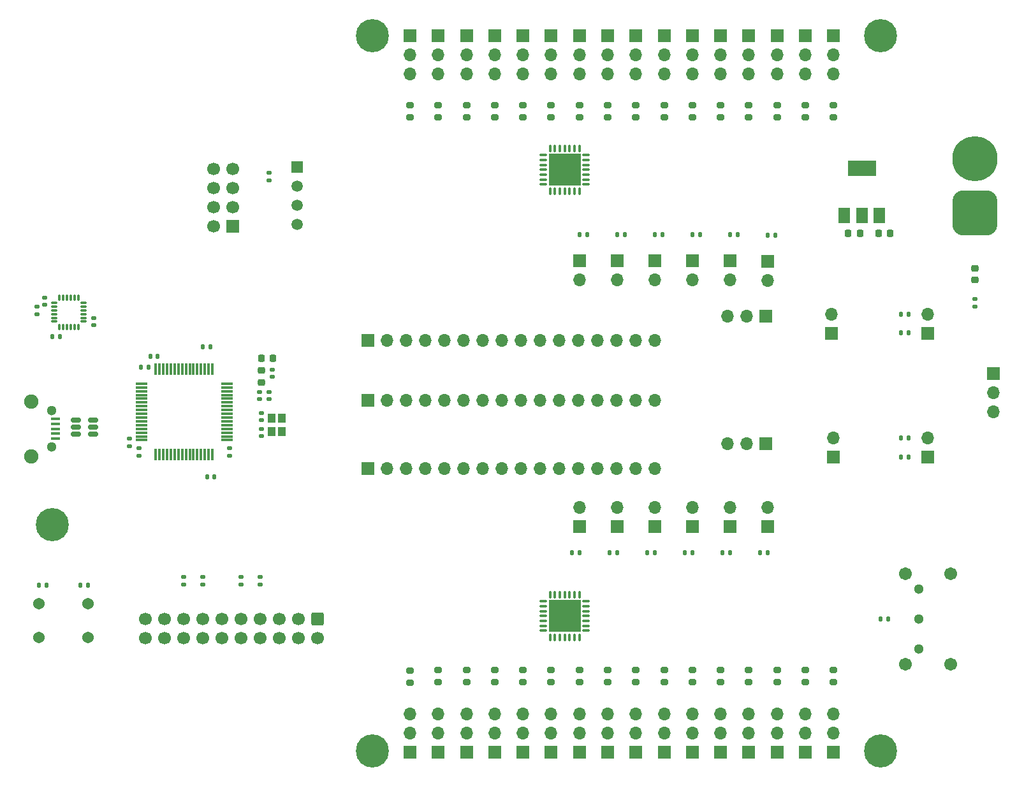
<source format=gts>
G04 #@! TF.GenerationSoftware,KiCad,Pcbnew,7.0.5*
G04 #@! TF.CreationDate,2023-11-30T10:19:55+10:00*
G04 #@! TF.ProjectId,HEXCORE PCB Design v0,48455843-4f52-4452-9050-434220446573,rev?*
G04 #@! TF.SameCoordinates,Original*
G04 #@! TF.FileFunction,Soldermask,Top*
G04 #@! TF.FilePolarity,Negative*
%FSLAX46Y46*%
G04 Gerber Fmt 4.6, Leading zero omitted, Abs format (unit mm)*
G04 Created by KiCad (PCBNEW 7.0.5) date 2023-11-30 10:19:55*
%MOMM*%
%LPD*%
G01*
G04 APERTURE LIST*
G04 Aperture macros list*
%AMRoundRect*
0 Rectangle with rounded corners*
0 $1 Rounding radius*
0 $2 $3 $4 $5 $6 $7 $8 $9 X,Y pos of 4 corners*
0 Add a 4 corners polygon primitive as box body*
4,1,4,$2,$3,$4,$5,$6,$7,$8,$9,$2,$3,0*
0 Add four circle primitives for the rounded corners*
1,1,$1+$1,$2,$3*
1,1,$1+$1,$4,$5*
1,1,$1+$1,$6,$7*
1,1,$1+$1,$8,$9*
0 Add four rect primitives between the rounded corners*
20,1,$1+$1,$2,$3,$4,$5,0*
20,1,$1+$1,$4,$5,$6,$7,0*
20,1,$1+$1,$6,$7,$8,$9,0*
20,1,$1+$1,$8,$9,$2,$3,0*%
G04 Aperture macros list end*
%ADD10R,1.700000X1.700000*%
%ADD11O,1.700000X1.700000*%
%ADD12C,4.400000*%
%ADD13RoundRect,0.140000X-0.170000X0.140000X-0.170000X-0.140000X0.170000X-0.140000X0.170000X0.140000X0*%
%ADD14RoundRect,0.200000X-0.275000X0.200000X-0.275000X-0.200000X0.275000X-0.200000X0.275000X0.200000X0*%
%ADD15RoundRect,0.218750X0.256250X-0.218750X0.256250X0.218750X-0.256250X0.218750X-0.256250X-0.218750X0*%
%ADD16RoundRect,0.135000X-0.185000X0.135000X-0.185000X-0.135000X0.185000X-0.135000X0.185000X0.135000X0*%
%ADD17RoundRect,0.225000X0.225000X0.250000X-0.225000X0.250000X-0.225000X-0.250000X0.225000X-0.250000X0*%
%ADD18RoundRect,0.140000X0.140000X0.170000X-0.140000X0.170000X-0.140000X-0.170000X0.140000X-0.170000X0*%
%ADD19RoundRect,0.200000X0.275000X-0.200000X0.275000X0.200000X-0.275000X0.200000X-0.275000X-0.200000X0*%
%ADD20RoundRect,0.135000X0.135000X0.185000X-0.135000X0.185000X-0.135000X-0.185000X0.135000X-0.185000X0*%
%ADD21R,1.500000X1.500000*%
%ADD22C,1.500000*%
%ADD23RoundRect,0.140000X0.170000X-0.140000X0.170000X0.140000X-0.170000X0.140000X-0.170000X-0.140000X0*%
%ADD24R,1.000000X1.150000*%
%ADD25C,1.300000*%
%ADD26C,1.710000*%
%ADD27RoundRect,0.150000X-0.512500X-0.150000X0.512500X-0.150000X0.512500X0.150000X-0.512500X0.150000X0*%
%ADD28RoundRect,0.075000X0.437500X0.075000X-0.437500X0.075000X-0.437500X-0.075000X0.437500X-0.075000X0*%
%ADD29RoundRect,0.075000X0.075000X0.437500X-0.075000X0.437500X-0.075000X-0.437500X0.075000X-0.437500X0*%
%ADD30R,4.250000X4.250000*%
%ADD31RoundRect,0.140000X-0.140000X-0.170000X0.140000X-0.170000X0.140000X0.170000X-0.140000X0.170000X0*%
%ADD32RoundRect,0.135000X-0.135000X-0.185000X0.135000X-0.185000X0.135000X0.185000X-0.135000X0.185000X0*%
%ADD33RoundRect,1.500000X1.500000X-1.500000X1.500000X1.500000X-1.500000X1.500000X-1.500000X-1.500000X0*%
%ADD34C,6.000000*%
%ADD35R,1.500000X2.000000*%
%ADD36R,3.800000X2.000000*%
%ADD37RoundRect,0.250000X-0.600000X0.600000X-0.600000X-0.600000X0.600000X-0.600000X0.600000X0.600000X0*%
%ADD38C,1.700000*%
%ADD39R,1.250000X0.400000*%
%ADD40C,1.900000*%
%ADD41RoundRect,0.225000X-0.225000X-0.250000X0.225000X-0.250000X0.225000X0.250000X-0.225000X0.250000X0*%
%ADD42C,1.540000*%
%ADD43RoundRect,0.075000X-0.075000X0.350000X-0.075000X-0.350000X0.075000X-0.350000X0.075000X0.350000X0*%
%ADD44RoundRect,0.075000X-0.350000X-0.075000X0.350000X-0.075000X0.350000X0.075000X-0.350000X0.075000X0*%
%ADD45RoundRect,0.075000X-0.437500X-0.075000X0.437500X-0.075000X0.437500X0.075000X-0.437500X0.075000X0*%
%ADD46RoundRect,0.075000X-0.075000X-0.437500X0.075000X-0.437500X0.075000X0.437500X-0.075000X0.437500X0*%
%ADD47RoundRect,0.075000X0.700000X0.075000X-0.700000X0.075000X-0.700000X-0.075000X0.700000X-0.075000X0*%
%ADD48RoundRect,0.075000X0.075000X0.700000X-0.075000X0.700000X-0.075000X-0.700000X0.075000X-0.700000X0*%
%ADD49RoundRect,0.135000X0.185000X-0.135000X0.185000X0.135000X-0.185000X0.135000X-0.185000X-0.135000X0*%
G04 APERTURE END LIST*
D10*
X133750000Y-122660000D03*
D11*
X133750000Y-120120000D03*
X133750000Y-117580000D03*
D12*
X140000000Y-27500000D03*
D13*
X40250000Y-81082000D03*
X40250000Y-82042000D03*
D14*
X81250000Y-36750000D03*
X81250000Y-38400000D03*
D15*
X57750000Y-73582000D03*
X57750000Y-72007000D03*
D16*
X57620000Y-99410000D03*
X57620000Y-100430000D03*
D10*
X146250000Y-83500000D03*
D11*
X146250000Y-80960000D03*
D10*
X124750000Y-64750000D03*
D11*
X122210000Y-64750000D03*
X119670000Y-64750000D03*
D17*
X137250000Y-53785000D03*
X135700000Y-53785000D03*
D13*
X58750000Y-74872000D03*
X58750000Y-75832000D03*
D16*
X55080000Y-99410000D03*
X55080000Y-100430000D03*
D18*
X31000000Y-67500000D03*
X30040000Y-67500000D03*
D16*
X47460000Y-99410000D03*
X47460000Y-100430000D03*
D19*
X133750000Y-113425000D03*
X133750000Y-111775000D03*
D13*
X57750000Y-77622000D03*
X57750000Y-78582000D03*
D10*
X105000000Y-57460000D03*
D11*
X105000000Y-60000000D03*
D10*
X71900000Y-85000000D03*
D11*
X74440000Y-85000000D03*
X76980000Y-85000000D03*
X79520000Y-85000000D03*
X82060000Y-85000000D03*
X84600000Y-85000000D03*
X87140000Y-85000000D03*
X89680000Y-85000000D03*
X92220000Y-85000000D03*
X94760000Y-85000000D03*
X97300000Y-85000000D03*
X99840000Y-85000000D03*
X102380000Y-85000000D03*
X104920000Y-85000000D03*
X107460000Y-85000000D03*
X110000000Y-85000000D03*
D20*
X105000000Y-96160000D03*
X103980000Y-96160000D03*
D19*
X88750000Y-113415000D03*
X88750000Y-111765000D03*
D10*
X71900000Y-76000000D03*
D11*
X74440000Y-76000000D03*
X76980000Y-76000000D03*
X79520000Y-76000000D03*
X82060000Y-76000000D03*
X84600000Y-76000000D03*
X87140000Y-76000000D03*
X89680000Y-76000000D03*
X92220000Y-76000000D03*
X94760000Y-76000000D03*
X97300000Y-76000000D03*
X99840000Y-76000000D03*
X102380000Y-76000000D03*
X104920000Y-76000000D03*
X107460000Y-76000000D03*
X110000000Y-76000000D03*
D19*
X81250000Y-113400000D03*
X81250000Y-111750000D03*
D10*
X125000000Y-92700000D03*
D11*
X125000000Y-90160000D03*
D10*
X115000000Y-122660000D03*
D11*
X115000000Y-120120000D03*
X115000000Y-117580000D03*
D10*
X133750000Y-83500000D03*
D11*
X133750000Y-80960000D03*
D14*
X85000000Y-36750000D03*
X85000000Y-38400000D03*
D21*
X62500000Y-45000000D03*
D22*
X62500000Y-47540000D03*
X62500000Y-50080000D03*
X62500000Y-52620000D03*
D10*
X81250000Y-27500000D03*
D11*
X81250000Y-30040000D03*
X81250000Y-32580000D03*
D19*
X130000000Y-113410000D03*
X130000000Y-111760000D03*
D10*
X130000000Y-122660000D03*
D11*
X130000000Y-120120000D03*
X130000000Y-117580000D03*
D10*
X118750000Y-122660000D03*
D11*
X118750000Y-120120000D03*
X118750000Y-117580000D03*
D18*
X42750000Y-71582000D03*
X41790000Y-71582000D03*
D10*
X88750000Y-122660000D03*
D11*
X88750000Y-120120000D03*
X88750000Y-117580000D03*
D13*
X57500000Y-74872000D03*
X57500000Y-75832000D03*
D23*
X29000000Y-63250000D03*
X29000000Y-62290000D03*
D13*
X59250000Y-71872000D03*
X59250000Y-72832000D03*
D14*
X118750000Y-36750000D03*
X118750000Y-38400000D03*
D10*
X96250000Y-122660000D03*
D11*
X96250000Y-120120000D03*
X96250000Y-117580000D03*
D13*
X28000000Y-63540000D03*
X28000000Y-64500000D03*
D24*
X60500000Y-80082000D03*
X60500000Y-78332000D03*
X59100000Y-78332000D03*
X59100000Y-80082000D03*
D14*
X115000000Y-36750000D03*
X115000000Y-38400000D03*
D10*
X100000000Y-92700000D03*
D11*
X100000000Y-90160000D03*
D20*
X143750000Y-64500000D03*
X142730000Y-64500000D03*
D14*
X103750000Y-36750000D03*
X103750000Y-38400000D03*
D25*
X145052500Y-109000000D03*
X145052500Y-105000000D03*
X145052500Y-101000000D03*
D26*
X149302500Y-111000000D03*
X143302500Y-111000000D03*
X143302500Y-99000000D03*
X149302500Y-99000000D03*
D14*
X130000000Y-36750000D03*
X130000000Y-38400000D03*
D20*
X143750000Y-67000000D03*
X142730000Y-67000000D03*
D16*
X58750000Y-45750000D03*
X58750000Y-46770000D03*
D13*
X53500000Y-82332000D03*
X53500000Y-83292000D03*
D10*
X120000000Y-92700000D03*
D11*
X120000000Y-90160000D03*
D10*
X105000000Y-92700000D03*
D11*
X105000000Y-90160000D03*
D23*
X35500000Y-65960000D03*
X35500000Y-65000000D03*
D10*
X103750000Y-122660000D03*
D11*
X103750000Y-120120000D03*
X103750000Y-117580000D03*
D10*
X115000000Y-27515000D03*
D11*
X115000000Y-30055000D03*
X115000000Y-32595000D03*
D14*
X77500000Y-36735000D03*
X77500000Y-38385000D03*
D10*
X85000000Y-27500000D03*
D11*
X85000000Y-30040000D03*
X85000000Y-32580000D03*
D27*
X33112500Y-78546000D03*
X33112500Y-79496000D03*
X33112500Y-80446000D03*
X35387500Y-80446000D03*
X35387500Y-79496000D03*
X35387500Y-78546000D03*
D20*
X100000000Y-96160000D03*
X98980000Y-96160000D03*
D10*
X122500000Y-122660000D03*
D11*
X122500000Y-120120000D03*
X122500000Y-117580000D03*
D10*
X100000000Y-122660000D03*
D11*
X100000000Y-120120000D03*
X100000000Y-117580000D03*
D28*
X100887500Y-47287500D03*
X100887500Y-46637500D03*
X100887500Y-45987500D03*
X100887500Y-45337500D03*
X100887500Y-44687500D03*
X100887500Y-44037500D03*
X100887500Y-43387500D03*
D29*
X100000000Y-42500000D03*
X99350000Y-42500000D03*
X98700000Y-42500000D03*
X98050000Y-42500000D03*
X97400000Y-42500000D03*
X96750000Y-42500000D03*
X96100000Y-42500000D03*
D28*
X95212500Y-43387500D03*
X95212500Y-44037500D03*
X95212500Y-44687500D03*
X95212500Y-45337500D03*
X95212500Y-45987500D03*
X95212500Y-46637500D03*
X95212500Y-47287500D03*
D29*
X96100000Y-48175000D03*
X96750000Y-48175000D03*
X97400000Y-48175000D03*
X98050000Y-48175000D03*
X98700000Y-48175000D03*
X99350000Y-48175000D03*
X100000000Y-48175000D03*
D30*
X98050000Y-45337500D03*
D10*
X155000000Y-72420000D03*
D11*
X155000000Y-74960000D03*
X155000000Y-77500000D03*
D31*
X50000000Y-68832000D03*
X50960000Y-68832000D03*
D32*
X125000000Y-54000000D03*
X126020000Y-54000000D03*
D31*
X28250000Y-100500000D03*
X29210000Y-100500000D03*
D10*
X110000000Y-57460000D03*
D11*
X110000000Y-60000000D03*
D10*
X85000000Y-122660000D03*
D11*
X85000000Y-120120000D03*
X85000000Y-117580000D03*
D18*
X44000000Y-70082000D03*
X43040000Y-70082000D03*
D14*
X111250000Y-36750000D03*
X111250000Y-38400000D03*
D32*
X110000000Y-53960000D03*
X111020000Y-53960000D03*
D20*
X115000000Y-96160000D03*
X113980000Y-96160000D03*
D12*
X140000000Y-122500000D03*
D19*
X118750000Y-113415000D03*
X118750000Y-111765000D03*
D33*
X152500000Y-51100000D03*
D34*
X152500000Y-43900000D03*
D14*
X133750000Y-36750000D03*
X133750000Y-38400000D03*
D10*
X122500000Y-27500000D03*
D11*
X122500000Y-30040000D03*
X122500000Y-32580000D03*
D35*
X135200000Y-51410000D03*
X137500000Y-51410000D03*
D36*
X137500000Y-45110000D03*
D35*
X139800000Y-51410000D03*
D10*
X115000000Y-92700000D03*
D11*
X115000000Y-90160000D03*
D37*
X65240000Y-105000000D03*
D38*
X65240000Y-107540000D03*
X62700000Y-105000000D03*
X62700000Y-107540000D03*
X60160000Y-105000000D03*
X60160000Y-107540000D03*
X57620000Y-105000000D03*
X57620000Y-107540000D03*
X55080000Y-105000000D03*
X55080000Y-107540000D03*
X52540000Y-105000000D03*
X52540000Y-107540000D03*
X50000000Y-105000000D03*
X50000000Y-107540000D03*
X47460000Y-105000000D03*
X47460000Y-107540000D03*
X44920000Y-105000000D03*
X44920000Y-107540000D03*
X42380000Y-105000000D03*
X42380000Y-107540000D03*
D10*
X88750000Y-27500000D03*
D11*
X88750000Y-30040000D03*
X88750000Y-32580000D03*
D20*
X110000000Y-96160000D03*
X108980000Y-96160000D03*
D10*
X110000000Y-92700000D03*
D11*
X110000000Y-90160000D03*
D39*
X30450000Y-78450000D03*
X30450000Y-79100000D03*
X30450000Y-79750000D03*
X30450000Y-80400000D03*
X30450000Y-81050000D03*
D25*
X29930000Y-77325000D03*
X29930000Y-82175000D03*
D40*
X27250000Y-76125000D03*
X27250000Y-83375000D03*
D41*
X139725000Y-53785000D03*
X141275000Y-53785000D03*
D10*
X96250000Y-27500000D03*
D11*
X96250000Y-30040000D03*
X96250000Y-32580000D03*
D10*
X100000000Y-27500000D03*
D11*
X100000000Y-30040000D03*
X100000000Y-32580000D03*
D10*
X130000000Y-27515000D03*
D11*
X130000000Y-30055000D03*
X130000000Y-32595000D03*
D10*
X92500000Y-122660000D03*
D11*
X92500000Y-120120000D03*
X92500000Y-117580000D03*
D10*
X54000000Y-52870000D03*
D38*
X51460000Y-52870000D03*
X54000000Y-50330000D03*
X51460000Y-50330000D03*
X54000000Y-47790000D03*
X51460000Y-47790000D03*
X54000000Y-45250000D03*
X51460000Y-45250000D03*
D32*
X140000000Y-105000000D03*
X141020000Y-105000000D03*
D10*
X71900000Y-68000000D03*
D11*
X74440000Y-68000000D03*
X76980000Y-68000000D03*
X79520000Y-68000000D03*
X82060000Y-68000000D03*
X84600000Y-68000000D03*
X87140000Y-68000000D03*
X89680000Y-68000000D03*
X92220000Y-68000000D03*
X94760000Y-68000000D03*
X97300000Y-68000000D03*
X99840000Y-68000000D03*
X102380000Y-68000000D03*
X104920000Y-68000000D03*
X107460000Y-68000000D03*
X110000000Y-68000000D03*
D32*
X100000000Y-53960000D03*
X101020000Y-53960000D03*
D31*
X33750000Y-100500000D03*
X34710000Y-100500000D03*
D32*
X142730000Y-80960000D03*
X143750000Y-80960000D03*
X115000000Y-53960000D03*
X116020000Y-53960000D03*
D19*
X107500000Y-113415000D03*
X107500000Y-111765000D03*
D23*
X57750000Y-80710000D03*
X57750000Y-79750000D03*
D19*
X92500000Y-113400000D03*
X92500000Y-111750000D03*
X122500000Y-113415000D03*
X122500000Y-111765000D03*
X115000000Y-113400000D03*
X115000000Y-111750000D03*
D10*
X107500000Y-27500000D03*
D11*
X107500000Y-30040000D03*
X107500000Y-32580000D03*
D42*
X28250000Y-103000000D03*
X34750000Y-103000000D03*
X28250000Y-107500000D03*
X34750000Y-107500000D03*
D10*
X103750000Y-27500000D03*
D11*
X103750000Y-30040000D03*
X103750000Y-32580000D03*
D18*
X51500000Y-86082000D03*
X50540000Y-86082000D03*
D19*
X111250000Y-113400000D03*
X111250000Y-111750000D03*
D16*
X50000000Y-99410000D03*
X50000000Y-100430000D03*
D10*
X107500000Y-122660000D03*
D11*
X107500000Y-120120000D03*
X107500000Y-117580000D03*
D10*
X77500000Y-122660000D03*
D11*
X77500000Y-120120000D03*
X77500000Y-117580000D03*
D10*
X111250000Y-27500000D03*
D11*
X111250000Y-30040000D03*
X111250000Y-32580000D03*
D19*
X103750000Y-113415000D03*
X103750000Y-111765000D03*
X126250000Y-113425000D03*
X126250000Y-111775000D03*
D43*
X33450000Y-62300000D03*
X32950000Y-62300000D03*
X32450000Y-62300000D03*
X31950000Y-62300000D03*
X31450000Y-62300000D03*
X30950000Y-62300000D03*
D44*
X30250000Y-63000000D03*
X30250000Y-63500000D03*
X30250000Y-64000000D03*
X30250000Y-64500000D03*
X30250000Y-65000000D03*
X30250000Y-65500000D03*
D43*
X30950000Y-66200000D03*
X31450000Y-66200000D03*
X31950000Y-66200000D03*
X32450000Y-66200000D03*
X32950000Y-66200000D03*
X33450000Y-66200000D03*
D44*
X34150000Y-65500000D03*
X34150000Y-65000000D03*
X34150000Y-64500000D03*
X34150000Y-64000000D03*
X34150000Y-63500000D03*
X34150000Y-63000000D03*
D10*
X92500000Y-27500000D03*
D11*
X92500000Y-30040000D03*
X92500000Y-32580000D03*
D10*
X81250000Y-122660000D03*
D11*
X81250000Y-120120000D03*
X81250000Y-117580000D03*
D19*
X77500000Y-113475000D03*
X77500000Y-111825000D03*
D10*
X118750000Y-27515000D03*
D11*
X118750000Y-30055000D03*
X118750000Y-32595000D03*
D10*
X146250000Y-67040000D03*
D11*
X146250000Y-64500000D03*
D45*
X95212500Y-102660000D03*
X95212500Y-103310000D03*
X95212500Y-103960000D03*
X95212500Y-104610000D03*
X95212500Y-105260000D03*
X95212500Y-105910000D03*
X95212500Y-106560000D03*
D46*
X96100000Y-107447500D03*
X96750000Y-107447500D03*
X97400000Y-107447500D03*
X98050000Y-107447500D03*
X98700000Y-107447500D03*
X99350000Y-107447500D03*
X100000000Y-107447500D03*
D45*
X100887500Y-106560000D03*
X100887500Y-105910000D03*
X100887500Y-105260000D03*
X100887500Y-104610000D03*
X100887500Y-103960000D03*
X100887500Y-103310000D03*
X100887500Y-102660000D03*
D46*
X100000000Y-101772500D03*
X99350000Y-101772500D03*
X98700000Y-101772500D03*
X98050000Y-101772500D03*
X97400000Y-101772500D03*
X96750000Y-101772500D03*
X96100000Y-101772500D03*
D30*
X98050000Y-104610000D03*
D14*
X96250000Y-36750000D03*
X96250000Y-38400000D03*
X126250000Y-36750000D03*
X126250000Y-38400000D03*
D10*
X125000000Y-57500000D03*
D11*
X125000000Y-60040000D03*
D19*
X96250000Y-113400000D03*
X96250000Y-111750000D03*
D12*
X72500000Y-27500000D03*
D10*
X111250000Y-122660000D03*
D11*
X111250000Y-120120000D03*
X111250000Y-117580000D03*
D10*
X133750000Y-27500000D03*
D11*
X133750000Y-30040000D03*
X133750000Y-32580000D03*
D14*
X100000000Y-36750000D03*
X100000000Y-38400000D03*
X88750000Y-36750000D03*
X88750000Y-38400000D03*
D20*
X125000000Y-96160000D03*
X123980000Y-96160000D03*
D47*
X53175000Y-81250000D03*
X53175000Y-80750000D03*
X53175000Y-80250000D03*
X53175000Y-79750000D03*
X53175000Y-79250000D03*
X53175000Y-78750000D03*
X53175000Y-78250000D03*
X53175000Y-77750000D03*
X53175000Y-77250000D03*
X53175000Y-76750000D03*
X53175000Y-76250000D03*
X53175000Y-75750000D03*
X53175000Y-75250000D03*
X53175000Y-74750000D03*
X53175000Y-74250000D03*
X53175000Y-73750000D03*
D48*
X51250000Y-71825000D03*
X50750000Y-71825000D03*
X50250000Y-71825000D03*
X49750000Y-71825000D03*
X49250000Y-71825000D03*
X48750000Y-71825000D03*
X48250000Y-71825000D03*
X47750000Y-71825000D03*
X47250000Y-71825000D03*
X46750000Y-71825000D03*
X46250000Y-71825000D03*
X45750000Y-71825000D03*
X45250000Y-71825000D03*
X44750000Y-71825000D03*
X44250000Y-71825000D03*
X43750000Y-71825000D03*
D47*
X41825000Y-73750000D03*
X41825000Y-74250000D03*
X41825000Y-74750000D03*
X41825000Y-75250000D03*
X41825000Y-75750000D03*
X41825000Y-76250000D03*
X41825000Y-76750000D03*
X41825000Y-77250000D03*
X41825000Y-77750000D03*
X41825000Y-78250000D03*
X41825000Y-78750000D03*
X41825000Y-79250000D03*
X41825000Y-79750000D03*
X41825000Y-80250000D03*
X41825000Y-80750000D03*
X41825000Y-81250000D03*
D48*
X43750000Y-83175000D03*
X44250000Y-83175000D03*
X44750000Y-83175000D03*
X45250000Y-83175000D03*
X45750000Y-83175000D03*
X46250000Y-83175000D03*
X46750000Y-83175000D03*
X47250000Y-83175000D03*
X47750000Y-83175000D03*
X48250000Y-83175000D03*
X48750000Y-83175000D03*
X49250000Y-83175000D03*
X49750000Y-83175000D03*
X50250000Y-83175000D03*
X50750000Y-83175000D03*
X51250000Y-83175000D03*
D10*
X126250000Y-122685000D03*
D11*
X126250000Y-120145000D03*
X126250000Y-117605000D03*
D10*
X124750000Y-81750000D03*
D11*
X122210000Y-81750000D03*
X119670000Y-81750000D03*
D19*
X100000000Y-113415000D03*
X100000000Y-111765000D03*
D14*
X107500000Y-36750000D03*
X107500000Y-38400000D03*
D32*
X105000000Y-53960000D03*
X106020000Y-53960000D03*
D12*
X72500000Y-122500000D03*
D10*
X126250000Y-27500000D03*
D11*
X126250000Y-30040000D03*
X126250000Y-32580000D03*
D12*
X30000000Y-92500000D03*
D19*
X85000000Y-113400000D03*
X85000000Y-111750000D03*
D20*
X120010000Y-96160000D03*
X118990000Y-96160000D03*
D32*
X142730000Y-83460000D03*
X143750000Y-83460000D03*
D10*
X115000000Y-57460000D03*
D11*
X115000000Y-60000000D03*
D10*
X133500000Y-67040000D03*
D11*
X133500000Y-64500000D03*
D49*
X152500000Y-63520000D03*
X152500000Y-62500000D03*
D14*
X122500000Y-36750000D03*
X122500000Y-38400000D03*
X92500000Y-36750000D03*
X92500000Y-38400000D03*
D32*
X120000000Y-53960000D03*
X121020000Y-53960000D03*
D10*
X77500000Y-27500000D03*
D11*
X77500000Y-30040000D03*
X77500000Y-32580000D03*
D10*
X100000000Y-57460000D03*
D11*
X100000000Y-60000000D03*
D41*
X57750000Y-70332000D03*
X59300000Y-70332000D03*
D10*
X120000000Y-57460000D03*
D11*
X120000000Y-60000000D03*
D15*
X152500000Y-60000000D03*
X152500000Y-58425000D03*
D13*
X41500000Y-82332000D03*
X41500000Y-83292000D03*
M02*

</source>
